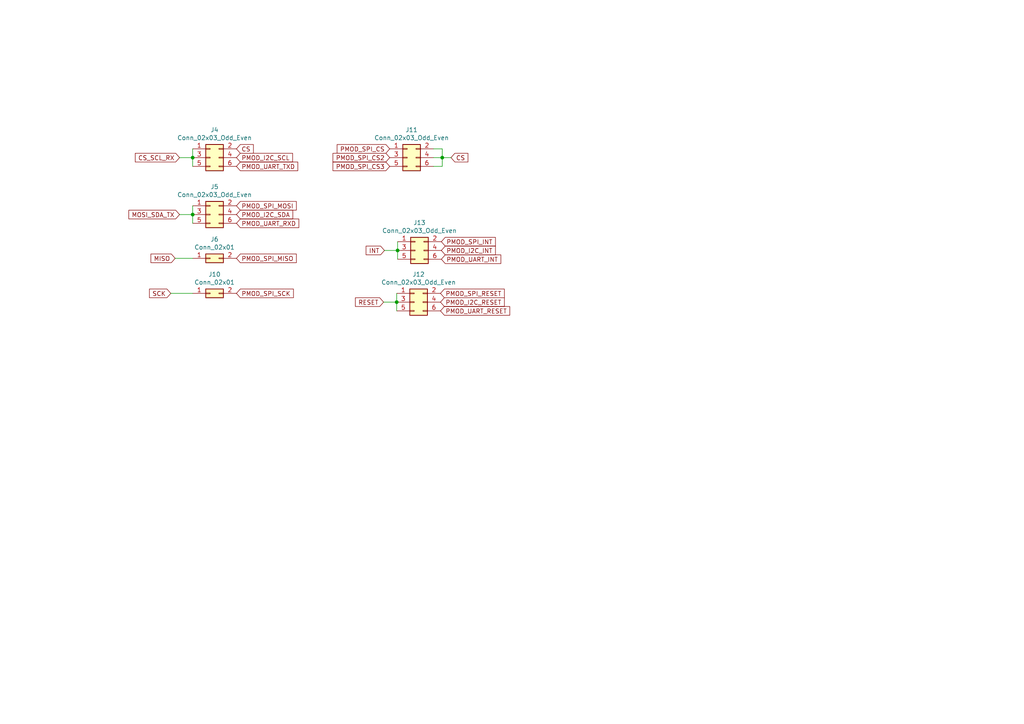
<source format=kicad_sch>
(kicad_sch (version 20211123) (generator eeschema)
  (paper "A4")
  (lib_symbols
    (symbol "Connector_Generic:Conn_02x01" (pin_names (offset 1.016) hide)
      (property "Reference" "J" (at 1.27 2.54 0))
      (property "Value" "Conn_02x01" (at 1.27 -2.54 0))
      (symbol "Conn_02x01_1_1"
        (rectangle (start -1.27 0.127) (end 0 -0.127) (stroke (width 0.1524)))
        (rectangle (start -1.27 1.27) (end 3.81 -1.27) (stroke (width 0.254)) (fill (type background)))
        (rectangle (start 3.81 0.127) (end 2.54 -0.127) (stroke (width 0.1524)))
        (pin passive line (at -5.08 0 0) (length 3.81) (name "Pin_1") (number "1"))
        (pin passive line (at 7.62 0 180) (length 3.81) (name "Pin_2") (number "2"))
      )
    )
    (symbol "Connector_Generic:Conn_02x03_Odd_Even" (pin_names (offset 1.016) hide)
      (property "Reference" "J" (at 1.27 5.08 0))
      (property "Value" "Conn_02x03_Odd_Even" (at 1.27 -5.08 0))
      (symbol "Conn_02x03_Odd_Even_1_1"
        (rectangle (start -1.27 -2.413) (end 0 -2.667) (stroke (width 0.1524)))
        (rectangle (start -1.27 0.127) (end 0 -0.127) (stroke (width 0.1524)))
        (rectangle (start -1.27 2.667) (end 0 2.413) (stroke (width 0.1524)))
        (rectangle (start -1.27 3.81) (end 3.81 -3.81) (stroke (width 0.254)) (fill (type background)))
        (rectangle (start 3.81 -2.413) (end 2.54 -2.667) (stroke (width 0.1524)))
        (rectangle (start 3.81 0.127) (end 2.54 -0.127) (stroke (width 0.1524)))
        (rectangle (start 3.81 2.667) (end 2.54 2.413) (stroke (width 0.1524)))
        (pin passive line (at -5.08 2.54 0) (length 3.81) (name "Pin_1") (number "1"))
        (pin passive line (at 7.62 2.54 180) (length 3.81) (name "Pin_2") (number "2"))
        (pin passive line (at -5.08 0 0) (length 3.81) (name "Pin_3") (number "3"))
        (pin passive line (at 7.62 0 180) (length 3.81) (name "Pin_4") (number "4"))
        (pin passive line (at -5.08 -2.54 0) (length 3.81) (name "Pin_5") (number "5"))
        (pin passive line (at 7.62 -2.54 180) (length 3.81) (name "Pin_6") (number "6"))
      )
    )
  )
  (junction (at 115.062 87.63))
  (junction (at 115.316 72.644))
  (junction (at 128.27 45.72))
  (junction (at 55.88 45.72))
  (junction (at 55.88 62.23))
  (wire (pts (xy 55.88 85.09) (xy 49.53 85.09)))
  (wire (pts (xy 128.27 48.26) (xy 128.27 45.72)))
  (wire (pts (xy 111.252 87.63) (xy 115.062 87.63)))
  (wire (pts (xy 128.27 45.72) (xy 125.73 45.72)))
  (wire (pts (xy 125.73 43.18) (xy 128.27 43.18)))
  (wire (pts (xy 50.8 74.93) (xy 55.88 74.93)))
  (wire (pts (xy 115.316 70.104) (xy 115.316 72.644)))
  (wire (pts (xy 55.88 48.26) (xy 55.88 45.72)))
  (wire (pts (xy 52.07 45.72) (xy 55.88 45.72)))
  (wire (pts (xy 52.07 62.23) (xy 55.88 62.23)))
  (wire (pts (xy 115.062 85.09) (xy 115.062 87.63)))
  (wire (pts (xy 55.88 59.69) (xy 55.88 62.23)))
  (wire (pts (xy 115.316 75.184) (xy 115.316 72.644)))
  (wire (pts (xy 111.506 72.644) (xy 115.316 72.644)))
  (wire (pts (xy 115.062 90.17) (xy 115.062 87.63)))
  (wire (pts (xy 55.88 43.18) (xy 55.88 45.72)))
  (wire (pts (xy 125.73 48.26) (xy 128.27 48.26)))
  (wire (pts (xy 128.27 45.72) (xy 130.81 45.72)))
  (wire (pts (xy 55.88 64.77) (xy 55.88 62.23)))
  (wire (pts (xy 128.27 43.18) (xy 128.27 45.72)))
  (global_label "PMOD_UART_RESET" (shape input) (at 127.762 90.17 0) (property "Intersheet-verwijzingen" "${INTERSHEET_REFS}" (effects hide)))
  (global_label "PMOD_SPI_INT" (shape input) (at 128.016 70.104 0) (property "Intersheet-verwijzingen" "${INTERSHEET_REFS}" (effects hide)))
  (global_label "PMOD_UART_INT" (shape input) (at 128.016 75.184 0) (property "Intersheet-verwijzingen" "${INTERSHEET_REFS}" (effects hide)))
  (global_label "CS" (shape input) (at 130.81 45.72 0) (property "Intersheet-verwijzingen" "${INTERSHEET_REFS}" (effects hide)))
  (global_label "PMOD_UART_RXD" (shape input) (at 68.58 64.77 0) (property "Intersheet-verwijzingen" "${INTERSHEET_REFS}" (effects hide)))
  (global_label "INT" (shape input) (at 111.506 72.644 180) (property "Intersheet-verwijzingen" "${INTERSHEET_REFS}" (effects hide)))
  (global_label "PMOD_I2C_SDA" (shape input) (at 68.58 62.23 0) (property "Intersheet-verwijzingen" "${INTERSHEET_REFS}" (effects hide)))
  (global_label "PMOD_I2C_SCL" (shape input) (at 68.58 45.72 0) (property "Intersheet-verwijzingen" "${INTERSHEET_REFS}" (effects hide)))
  (global_label "PMOD_I2C_RESET" (shape input) (at 127.762 87.63 0) (property "Intersheet-verwijzingen" "${INTERSHEET_REFS}" (effects hide)))
  (global_label "PMOD_SPI_RESET" (shape input) (at 127.762 85.09 0) (property "Intersheet-verwijzingen" "${INTERSHEET_REFS}" (effects hide)))
  (global_label "MISO" (shape input) (at 50.8 74.93 180) (property "Intersheet-verwijzingen" "${INTERSHEET_REFS}" (effects hide)))
  (global_label "PMOD_SPI_SCK" (shape input) (at 68.58 85.09 0) (property "Intersheet-verwijzingen" "${INTERSHEET_REFS}" (effects hide)))
  (global_label "PMOD_SPI_MOSI" (shape input) (at 68.58 59.69 0) (property "Intersheet-verwijzingen" "${INTERSHEET_REFS}" (effects hide)))
  (global_label "PMOD_UART_TXD" (shape input) (at 68.58 48.26 0) (property "Intersheet-verwijzingen" "${INTERSHEET_REFS}" (effects hide)))
  (global_label "PMOD_SPI_CS3" (shape input) (at 113.03 48.26 180) (property "Intersheet-verwijzingen" "${INTERSHEET_REFS}" (effects hide)))
  (global_label "PMOD_SPI_CS2" (shape input) (at 113.03 45.72 180) (property "Intersheet-verwijzingen" "${INTERSHEET_REFS}" (effects hide)))
  (global_label "SCK" (shape input) (at 49.53 85.09 180) (property "Intersheet-verwijzingen" "${INTERSHEET_REFS}" (effects hide)))
  (global_label "RESET" (shape input) (at 111.252 87.63 180) (property "Intersheet-verwijzingen" "${INTERSHEET_REFS}" (effects hide)))
  (global_label "PMOD_I2C_INT" (shape input) (at 128.016 72.644 0) (property "Intersheet-verwijzingen" "${INTERSHEET_REFS}" (effects hide)))
  (global_label "CS_SCL_RX" (shape input) (at 52.07 45.72 180) (property "Intersheet-verwijzingen" "${INTERSHEET_REFS}" (effects hide)))
  (global_label "PMOD_SPI_CS" (shape input) (at 113.03 43.18 180) (property "Intersheet-verwijzingen" "${INTERSHEET_REFS}" (effects hide)))
  (global_label "CS" (shape input) (at 68.58 43.18 0) (property "Intersheet-verwijzingen" "${INTERSHEET_REFS}" (effects hide)))
  (global_label "MOSI_SDA_TX" (shape input) (at 52.07 62.23 180) (property "Intersheet-verwijzingen" "${INTERSHEET_REFS}" (effects hide)))
  (global_label "PMOD_SPI_MISO" (shape input) (at 68.58 74.93 0) (property "Intersheet-verwijzingen" "${INTERSHEET_REFS}" (effects hide)))
  (symbol (lib_id "Connector_Generic:Conn_02x03_Odd_Even") (at 118.11 45.72 0)
    (property "Reference" "J11" (at 119.38 37.6682 0))
    (property "Value" "Conn_02x03_Odd_Even" (at 119.38 39.9796 0))
    (property "Footprint" "Connector_PinHeader_2.54mm:PinHeader_2x03_P2.54mm_Vertical" (effects hide))
  )
  (symbol (lib_id "Connector_Generic:Conn_02x03_Odd_Even") (at 60.96 45.72 0)
    (property "Reference" "J4" (at 62.23 37.6682 0))
    (property "Value" "Conn_02x03_Odd_Even" (at 62.23 39.9796 0))
    (property "Footprint" "Connector_PinHeader_2.54mm:PinHeader_2x03_P2.54mm_Vertical" (effects hide))
  )
  (symbol (lib_id "Connector_Generic:Conn_02x03_Odd_Even") (at 60.96 62.23 0)
    (property "Reference" "J5" (at 62.23 54.1782 0))
    (property "Value" "Conn_02x03_Odd_Even" (at 62.23 56.4896 0))
    (property "Footprint" "Connector_PinHeader_2.54mm:PinHeader_2x03_P2.54mm_Vertical" (effects hide))
  )
  (symbol (lib_id "Connector_Generic:Conn_02x01") (at 60.96 74.93 0) (unit 1)
    (property "Reference" "J6" (at 62.23 69.4182 0))
    (property "Value" "Conn_02x01" (at 62.23 71.7296 0))
    (property "Footprint" "Connector_PinHeader_2.54mm:PinHeader_1x02_P2.54mm_Vertical" (effects hide))
  )
  (symbol (lib_id "Connector_Generic:Conn_02x01") (at 60.96 85.09 0) (unit 1)
    (property "Reference" "J10" (at 62.23 79.5782 0))
    (property "Value" "Conn_02x01" (at 62.23 81.8896 0))
    (property "Footprint" "Connector_PinHeader_2.54mm:PinHeader_1x02_P2.54mm_Vertical" (effects hide))
  )
  (symbol (lib_id "Connector_Generic:Conn_02x03_Odd_Even") (at 120.396 72.644 0) (unit 1)
    (property "Reference" "J13" (at 121.666 64.5922 0))
    (property "Value" "Conn_02x03_Odd_Even" (at 121.666 66.9036 0))
    (property "Footprint" "Connector_PinHeader_2.54mm:PinHeader_2x03_P2.54mm_Vertical" (effects hide))
  )
  (symbol (lib_id "Connector_Generic:Conn_02x03_Odd_Even") (at 120.142 87.63 0) (unit 1)
    (property "Reference" "J12" (at 121.412 79.5782 0))
    (property "Value" "Conn_02x03_Odd_Even" (at 121.412 81.8896 0))
    (property "Footprint" "Connector_PinHeader_2.54mm:PinHeader_2x03_P2.54mm_Vertical" (effects hide))
  )
)
</source>
